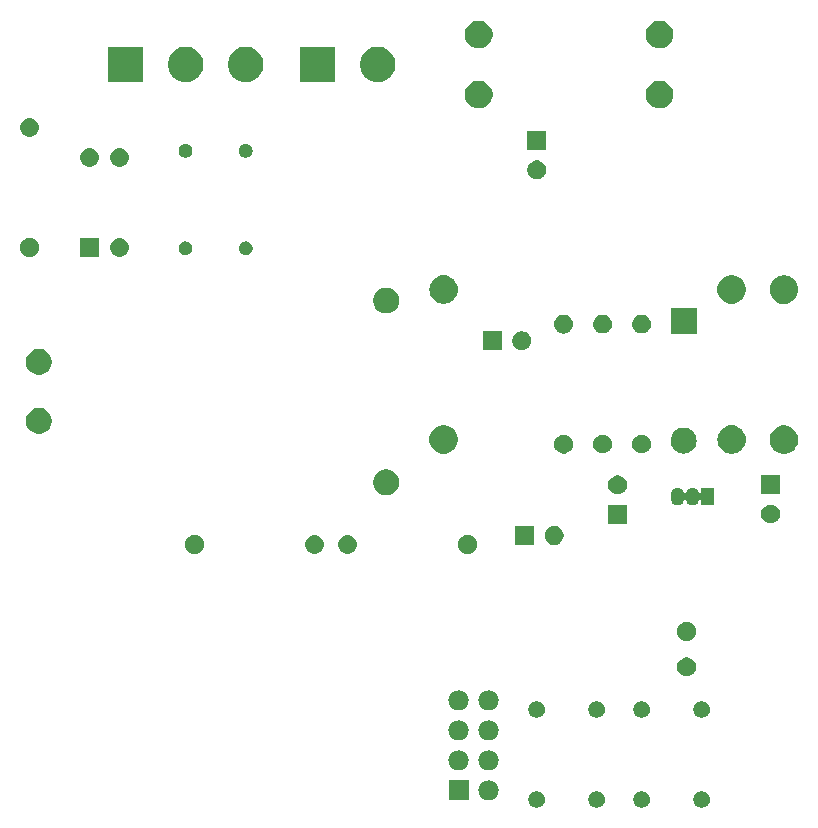
<source format=gbr>
G04 #@! TF.GenerationSoftware,KiCad,Pcbnew,5.0.2+dfsg1-1*
G04 #@! TF.CreationDate,2019-08-06T01:46:57+02:00*
G04 #@! TF.ProjectId,ceiling-light-dimmable,6365696c-696e-4672-9d6c-696768742d64,v1.1.0*
G04 #@! TF.SameCoordinates,Original*
G04 #@! TF.FileFunction,Soldermask,Bot*
G04 #@! TF.FilePolarity,Negative*
%FSLAX46Y46*%
G04 Gerber Fmt 4.6, Leading zero omitted, Abs format (unit mm)*
G04 Created by KiCad (PCBNEW 5.0.2+dfsg1-1) date Tue 06 Aug 2019 01:46:57 AM CEST*
%MOMM*%
%LPD*%
G01*
G04 APERTURE LIST*
%ADD10C,0.100000*%
G04 APERTURE END LIST*
D10*
G36*
X88608745Y-91778342D02*
X88735863Y-91830996D01*
X88850271Y-91907441D01*
X88947559Y-92004729D01*
X89024004Y-92119137D01*
X89076658Y-92246255D01*
X89103500Y-92381202D01*
X89103500Y-92518798D01*
X89076658Y-92653745D01*
X89024004Y-92780863D01*
X88947559Y-92895271D01*
X88850271Y-92992559D01*
X88735863Y-93069004D01*
X88608745Y-93121658D01*
X88473798Y-93148500D01*
X88336202Y-93148500D01*
X88201255Y-93121658D01*
X88074137Y-93069004D01*
X87959729Y-92992559D01*
X87862441Y-92895271D01*
X87785996Y-92780863D01*
X87733342Y-92653745D01*
X87706500Y-92518798D01*
X87706500Y-92381202D01*
X87733342Y-92246255D01*
X87785996Y-92119137D01*
X87862441Y-92004729D01*
X87959729Y-91907441D01*
X88074137Y-91830996D01*
X88201255Y-91778342D01*
X88336202Y-91751500D01*
X88473798Y-91751500D01*
X88608745Y-91778342D01*
X88608745Y-91778342D01*
G37*
G36*
X83528745Y-91778342D02*
X83655863Y-91830996D01*
X83770271Y-91907441D01*
X83867559Y-92004729D01*
X83944004Y-92119137D01*
X83996658Y-92246255D01*
X84023500Y-92381202D01*
X84023500Y-92518798D01*
X83996658Y-92653745D01*
X83944004Y-92780863D01*
X83867559Y-92895271D01*
X83770271Y-92992559D01*
X83655863Y-93069004D01*
X83528745Y-93121658D01*
X83393798Y-93148500D01*
X83256202Y-93148500D01*
X83121255Y-93121658D01*
X82994137Y-93069004D01*
X82879729Y-92992559D01*
X82782441Y-92895271D01*
X82705996Y-92780863D01*
X82653342Y-92653745D01*
X82626500Y-92518798D01*
X82626500Y-92381202D01*
X82653342Y-92246255D01*
X82705996Y-92119137D01*
X82782441Y-92004729D01*
X82879729Y-91907441D01*
X82994137Y-91830996D01*
X83121255Y-91778342D01*
X83256202Y-91751500D01*
X83393798Y-91751500D01*
X83528745Y-91778342D01*
X83528745Y-91778342D01*
G37*
G36*
X74638745Y-91778342D02*
X74765863Y-91830996D01*
X74880271Y-91907441D01*
X74977559Y-92004729D01*
X75054004Y-92119137D01*
X75106658Y-92246255D01*
X75133500Y-92381202D01*
X75133500Y-92518798D01*
X75106658Y-92653745D01*
X75054004Y-92780863D01*
X74977559Y-92895271D01*
X74880271Y-92992559D01*
X74765863Y-93069004D01*
X74638745Y-93121658D01*
X74503798Y-93148500D01*
X74366202Y-93148500D01*
X74231255Y-93121658D01*
X74104137Y-93069004D01*
X73989729Y-92992559D01*
X73892441Y-92895271D01*
X73815996Y-92780863D01*
X73763342Y-92653745D01*
X73736500Y-92518798D01*
X73736500Y-92381202D01*
X73763342Y-92246255D01*
X73815996Y-92119137D01*
X73892441Y-92004729D01*
X73989729Y-91907441D01*
X74104137Y-91830996D01*
X74231255Y-91778342D01*
X74366202Y-91751500D01*
X74503798Y-91751500D01*
X74638745Y-91778342D01*
X74638745Y-91778342D01*
G37*
G36*
X79718745Y-91778342D02*
X79845863Y-91830996D01*
X79960271Y-91907441D01*
X80057559Y-92004729D01*
X80134004Y-92119137D01*
X80186658Y-92246255D01*
X80213500Y-92381202D01*
X80213500Y-92518798D01*
X80186658Y-92653745D01*
X80134004Y-92780863D01*
X80057559Y-92895271D01*
X79960271Y-92992559D01*
X79845863Y-93069004D01*
X79718745Y-93121658D01*
X79583798Y-93148500D01*
X79446202Y-93148500D01*
X79311255Y-93121658D01*
X79184137Y-93069004D01*
X79069729Y-92992559D01*
X78972441Y-92895271D01*
X78895996Y-92780863D01*
X78843342Y-92653745D01*
X78816500Y-92518798D01*
X78816500Y-92381202D01*
X78843342Y-92246255D01*
X78895996Y-92119137D01*
X78972441Y-92004729D01*
X79069729Y-91907441D01*
X79184137Y-91830996D01*
X79311255Y-91778342D01*
X79446202Y-91751500D01*
X79583798Y-91751500D01*
X79718745Y-91778342D01*
X79718745Y-91778342D01*
G37*
G36*
X70537630Y-90850299D02*
X70697855Y-90898903D01*
X70845520Y-90977831D01*
X70974949Y-91084051D01*
X71081169Y-91213480D01*
X71160097Y-91361145D01*
X71208701Y-91521370D01*
X71225112Y-91688000D01*
X71208701Y-91854630D01*
X71160097Y-92014855D01*
X71081169Y-92162520D01*
X70974949Y-92291949D01*
X70845520Y-92398169D01*
X70697855Y-92477097D01*
X70537630Y-92525701D01*
X70412752Y-92538000D01*
X70329248Y-92538000D01*
X70204370Y-92525701D01*
X70044145Y-92477097D01*
X69896480Y-92398169D01*
X69767051Y-92291949D01*
X69660831Y-92162520D01*
X69581903Y-92014855D01*
X69533299Y-91854630D01*
X69516888Y-91688000D01*
X69533299Y-91521370D01*
X69581903Y-91361145D01*
X69660831Y-91213480D01*
X69767051Y-91084051D01*
X69896480Y-90977831D01*
X70044145Y-90898903D01*
X70204370Y-90850299D01*
X70329248Y-90838000D01*
X70412752Y-90838000D01*
X70537630Y-90850299D01*
X70537630Y-90850299D01*
G37*
G36*
X68681000Y-92538000D02*
X66981000Y-92538000D01*
X66981000Y-90838000D01*
X68681000Y-90838000D01*
X68681000Y-92538000D01*
X68681000Y-92538000D01*
G37*
G36*
X67997630Y-88310299D02*
X68157855Y-88358903D01*
X68305520Y-88437831D01*
X68434949Y-88544051D01*
X68541169Y-88673480D01*
X68620097Y-88821145D01*
X68668701Y-88981370D01*
X68685112Y-89148000D01*
X68668701Y-89314630D01*
X68620097Y-89474855D01*
X68541169Y-89622520D01*
X68434949Y-89751949D01*
X68305520Y-89858169D01*
X68157855Y-89937097D01*
X67997630Y-89985701D01*
X67872752Y-89998000D01*
X67789248Y-89998000D01*
X67664370Y-89985701D01*
X67504145Y-89937097D01*
X67356480Y-89858169D01*
X67227051Y-89751949D01*
X67120831Y-89622520D01*
X67041903Y-89474855D01*
X66993299Y-89314630D01*
X66976888Y-89148000D01*
X66993299Y-88981370D01*
X67041903Y-88821145D01*
X67120831Y-88673480D01*
X67227051Y-88544051D01*
X67356480Y-88437831D01*
X67504145Y-88358903D01*
X67664370Y-88310299D01*
X67789248Y-88298000D01*
X67872752Y-88298000D01*
X67997630Y-88310299D01*
X67997630Y-88310299D01*
G37*
G36*
X70537630Y-88310299D02*
X70697855Y-88358903D01*
X70845520Y-88437831D01*
X70974949Y-88544051D01*
X71081169Y-88673480D01*
X71160097Y-88821145D01*
X71208701Y-88981370D01*
X71225112Y-89148000D01*
X71208701Y-89314630D01*
X71160097Y-89474855D01*
X71081169Y-89622520D01*
X70974949Y-89751949D01*
X70845520Y-89858169D01*
X70697855Y-89937097D01*
X70537630Y-89985701D01*
X70412752Y-89998000D01*
X70329248Y-89998000D01*
X70204370Y-89985701D01*
X70044145Y-89937097D01*
X69896480Y-89858169D01*
X69767051Y-89751949D01*
X69660831Y-89622520D01*
X69581903Y-89474855D01*
X69533299Y-89314630D01*
X69516888Y-89148000D01*
X69533299Y-88981370D01*
X69581903Y-88821145D01*
X69660831Y-88673480D01*
X69767051Y-88544051D01*
X69896480Y-88437831D01*
X70044145Y-88358903D01*
X70204370Y-88310299D01*
X70329248Y-88298000D01*
X70412752Y-88298000D01*
X70537630Y-88310299D01*
X70537630Y-88310299D01*
G37*
G36*
X67997630Y-85770299D02*
X68157855Y-85818903D01*
X68305520Y-85897831D01*
X68434949Y-86004051D01*
X68541169Y-86133480D01*
X68620097Y-86281145D01*
X68668701Y-86441370D01*
X68685112Y-86608000D01*
X68668701Y-86774630D01*
X68620097Y-86934855D01*
X68541169Y-87082520D01*
X68434949Y-87211949D01*
X68305520Y-87318169D01*
X68157855Y-87397097D01*
X67997630Y-87445701D01*
X67872752Y-87458000D01*
X67789248Y-87458000D01*
X67664370Y-87445701D01*
X67504145Y-87397097D01*
X67356480Y-87318169D01*
X67227051Y-87211949D01*
X67120831Y-87082520D01*
X67041903Y-86934855D01*
X66993299Y-86774630D01*
X66976888Y-86608000D01*
X66993299Y-86441370D01*
X67041903Y-86281145D01*
X67120831Y-86133480D01*
X67227051Y-86004051D01*
X67356480Y-85897831D01*
X67504145Y-85818903D01*
X67664370Y-85770299D01*
X67789248Y-85758000D01*
X67872752Y-85758000D01*
X67997630Y-85770299D01*
X67997630Y-85770299D01*
G37*
G36*
X70537630Y-85770299D02*
X70697855Y-85818903D01*
X70845520Y-85897831D01*
X70974949Y-86004051D01*
X71081169Y-86133480D01*
X71160097Y-86281145D01*
X71208701Y-86441370D01*
X71225112Y-86608000D01*
X71208701Y-86774630D01*
X71160097Y-86934855D01*
X71081169Y-87082520D01*
X70974949Y-87211949D01*
X70845520Y-87318169D01*
X70697855Y-87397097D01*
X70537630Y-87445701D01*
X70412752Y-87458000D01*
X70329248Y-87458000D01*
X70204370Y-87445701D01*
X70044145Y-87397097D01*
X69896480Y-87318169D01*
X69767051Y-87211949D01*
X69660831Y-87082520D01*
X69581903Y-86934855D01*
X69533299Y-86774630D01*
X69516888Y-86608000D01*
X69533299Y-86441370D01*
X69581903Y-86281145D01*
X69660831Y-86133480D01*
X69767051Y-86004051D01*
X69896480Y-85897831D01*
X70044145Y-85818903D01*
X70204370Y-85770299D01*
X70329248Y-85758000D01*
X70412752Y-85758000D01*
X70537630Y-85770299D01*
X70537630Y-85770299D01*
G37*
G36*
X88608745Y-84158342D02*
X88735863Y-84210996D01*
X88850271Y-84287441D01*
X88947559Y-84384729D01*
X89024004Y-84499137D01*
X89076658Y-84626255D01*
X89103500Y-84761202D01*
X89103500Y-84898798D01*
X89076658Y-85033745D01*
X89024004Y-85160863D01*
X88947559Y-85275271D01*
X88850271Y-85372559D01*
X88735863Y-85449004D01*
X88608745Y-85501658D01*
X88473798Y-85528500D01*
X88336202Y-85528500D01*
X88201255Y-85501658D01*
X88074137Y-85449004D01*
X87959729Y-85372559D01*
X87862441Y-85275271D01*
X87785996Y-85160863D01*
X87733342Y-85033745D01*
X87706500Y-84898798D01*
X87706500Y-84761202D01*
X87733342Y-84626255D01*
X87785996Y-84499137D01*
X87862441Y-84384729D01*
X87959729Y-84287441D01*
X88074137Y-84210996D01*
X88201255Y-84158342D01*
X88336202Y-84131500D01*
X88473798Y-84131500D01*
X88608745Y-84158342D01*
X88608745Y-84158342D01*
G37*
G36*
X79718745Y-84158342D02*
X79845863Y-84210996D01*
X79960271Y-84287441D01*
X80057559Y-84384729D01*
X80134004Y-84499137D01*
X80186658Y-84626255D01*
X80213500Y-84761202D01*
X80213500Y-84898798D01*
X80186658Y-85033745D01*
X80134004Y-85160863D01*
X80057559Y-85275271D01*
X79960271Y-85372559D01*
X79845863Y-85449004D01*
X79718745Y-85501658D01*
X79583798Y-85528500D01*
X79446202Y-85528500D01*
X79311255Y-85501658D01*
X79184137Y-85449004D01*
X79069729Y-85372559D01*
X78972441Y-85275271D01*
X78895996Y-85160863D01*
X78843342Y-85033745D01*
X78816500Y-84898798D01*
X78816500Y-84761202D01*
X78843342Y-84626255D01*
X78895996Y-84499137D01*
X78972441Y-84384729D01*
X79069729Y-84287441D01*
X79184137Y-84210996D01*
X79311255Y-84158342D01*
X79446202Y-84131500D01*
X79583798Y-84131500D01*
X79718745Y-84158342D01*
X79718745Y-84158342D01*
G37*
G36*
X83528745Y-84158342D02*
X83655863Y-84210996D01*
X83770271Y-84287441D01*
X83867559Y-84384729D01*
X83944004Y-84499137D01*
X83996658Y-84626255D01*
X84023500Y-84761202D01*
X84023500Y-84898798D01*
X83996658Y-85033745D01*
X83944004Y-85160863D01*
X83867559Y-85275271D01*
X83770271Y-85372559D01*
X83655863Y-85449004D01*
X83528745Y-85501658D01*
X83393798Y-85528500D01*
X83256202Y-85528500D01*
X83121255Y-85501658D01*
X82994137Y-85449004D01*
X82879729Y-85372559D01*
X82782441Y-85275271D01*
X82705996Y-85160863D01*
X82653342Y-85033745D01*
X82626500Y-84898798D01*
X82626500Y-84761202D01*
X82653342Y-84626255D01*
X82705996Y-84499137D01*
X82782441Y-84384729D01*
X82879729Y-84287441D01*
X82994137Y-84210996D01*
X83121255Y-84158342D01*
X83256202Y-84131500D01*
X83393798Y-84131500D01*
X83528745Y-84158342D01*
X83528745Y-84158342D01*
G37*
G36*
X74638745Y-84158342D02*
X74765863Y-84210996D01*
X74880271Y-84287441D01*
X74977559Y-84384729D01*
X75054004Y-84499137D01*
X75106658Y-84626255D01*
X75133500Y-84761202D01*
X75133500Y-84898798D01*
X75106658Y-85033745D01*
X75054004Y-85160863D01*
X74977559Y-85275271D01*
X74880271Y-85372559D01*
X74765863Y-85449004D01*
X74638745Y-85501658D01*
X74503798Y-85528500D01*
X74366202Y-85528500D01*
X74231255Y-85501658D01*
X74104137Y-85449004D01*
X73989729Y-85372559D01*
X73892441Y-85275271D01*
X73815996Y-85160863D01*
X73763342Y-85033745D01*
X73736500Y-84898798D01*
X73736500Y-84761202D01*
X73763342Y-84626255D01*
X73815996Y-84499137D01*
X73892441Y-84384729D01*
X73989729Y-84287441D01*
X74104137Y-84210996D01*
X74231255Y-84158342D01*
X74366202Y-84131500D01*
X74503798Y-84131500D01*
X74638745Y-84158342D01*
X74638745Y-84158342D01*
G37*
G36*
X70537630Y-83230299D02*
X70697855Y-83278903D01*
X70845520Y-83357831D01*
X70974949Y-83464051D01*
X71081169Y-83593480D01*
X71160097Y-83741145D01*
X71208701Y-83901370D01*
X71225112Y-84068000D01*
X71208701Y-84234630D01*
X71160097Y-84394855D01*
X71081169Y-84542520D01*
X70974949Y-84671949D01*
X70845520Y-84778169D01*
X70697855Y-84857097D01*
X70537630Y-84905701D01*
X70412752Y-84918000D01*
X70329248Y-84918000D01*
X70204370Y-84905701D01*
X70044145Y-84857097D01*
X69896480Y-84778169D01*
X69767051Y-84671949D01*
X69660831Y-84542520D01*
X69581903Y-84394855D01*
X69533299Y-84234630D01*
X69516888Y-84068000D01*
X69533299Y-83901370D01*
X69581903Y-83741145D01*
X69660831Y-83593480D01*
X69767051Y-83464051D01*
X69896480Y-83357831D01*
X70044145Y-83278903D01*
X70204370Y-83230299D01*
X70329248Y-83218000D01*
X70412752Y-83218000D01*
X70537630Y-83230299D01*
X70537630Y-83230299D01*
G37*
G36*
X67997630Y-83230299D02*
X68157855Y-83278903D01*
X68305520Y-83357831D01*
X68434949Y-83464051D01*
X68541169Y-83593480D01*
X68620097Y-83741145D01*
X68668701Y-83901370D01*
X68685112Y-84068000D01*
X68668701Y-84234630D01*
X68620097Y-84394855D01*
X68541169Y-84542520D01*
X68434949Y-84671949D01*
X68305520Y-84778169D01*
X68157855Y-84857097D01*
X67997630Y-84905701D01*
X67872752Y-84918000D01*
X67789248Y-84918000D01*
X67664370Y-84905701D01*
X67504145Y-84857097D01*
X67356480Y-84778169D01*
X67227051Y-84671949D01*
X67120831Y-84542520D01*
X67041903Y-84394855D01*
X66993299Y-84234630D01*
X66976888Y-84068000D01*
X66993299Y-83901370D01*
X67041903Y-83741145D01*
X67120831Y-83593480D01*
X67227051Y-83464051D01*
X67356480Y-83357831D01*
X67504145Y-83278903D01*
X67664370Y-83230299D01*
X67789248Y-83218000D01*
X67872752Y-83218000D01*
X67997630Y-83230299D01*
X67997630Y-83230299D01*
G37*
G36*
X87368352Y-80456743D02*
X87513941Y-80517048D01*
X87644973Y-80604601D01*
X87756399Y-80716027D01*
X87843952Y-80847059D01*
X87904257Y-80992648D01*
X87935000Y-81147205D01*
X87935000Y-81304795D01*
X87904257Y-81459352D01*
X87843952Y-81604941D01*
X87756399Y-81735973D01*
X87644973Y-81847399D01*
X87513941Y-81934952D01*
X87368352Y-81995257D01*
X87213795Y-82026000D01*
X87056205Y-82026000D01*
X86901648Y-81995257D01*
X86756059Y-81934952D01*
X86625027Y-81847399D01*
X86513601Y-81735973D01*
X86426048Y-81604941D01*
X86365743Y-81459352D01*
X86335000Y-81304795D01*
X86335000Y-81147205D01*
X86365743Y-80992648D01*
X86426048Y-80847059D01*
X86513601Y-80716027D01*
X86625027Y-80604601D01*
X86756059Y-80517048D01*
X86901648Y-80456743D01*
X87056205Y-80426000D01*
X87213795Y-80426000D01*
X87368352Y-80456743D01*
X87368352Y-80456743D01*
G37*
G36*
X87368352Y-77456743D02*
X87513941Y-77517048D01*
X87644973Y-77604601D01*
X87756399Y-77716027D01*
X87843952Y-77847059D01*
X87904257Y-77992648D01*
X87935000Y-78147205D01*
X87935000Y-78304795D01*
X87904257Y-78459352D01*
X87843952Y-78604941D01*
X87756399Y-78735973D01*
X87644973Y-78847399D01*
X87513941Y-78934952D01*
X87368352Y-78995257D01*
X87213795Y-79026000D01*
X87056205Y-79026000D01*
X86901648Y-78995257D01*
X86756059Y-78934952D01*
X86625027Y-78847399D01*
X86513601Y-78735973D01*
X86426048Y-78604941D01*
X86365743Y-78459352D01*
X86335000Y-78304795D01*
X86335000Y-78147205D01*
X86365743Y-77992648D01*
X86426048Y-77847059D01*
X86513601Y-77716027D01*
X86625027Y-77604601D01*
X86756059Y-77517048D01*
X86901648Y-77456743D01*
X87056205Y-77426000D01*
X87213795Y-77426000D01*
X87368352Y-77456743D01*
X87368352Y-77456743D01*
G37*
G36*
X68826352Y-70090743D02*
X68971941Y-70151048D01*
X69102973Y-70238601D01*
X69214399Y-70350027D01*
X69301952Y-70481059D01*
X69362257Y-70626648D01*
X69393000Y-70781205D01*
X69393000Y-70938795D01*
X69362257Y-71093352D01*
X69301952Y-71238941D01*
X69214399Y-71369973D01*
X69102973Y-71481399D01*
X68971941Y-71568952D01*
X68826352Y-71629257D01*
X68671795Y-71660000D01*
X68514205Y-71660000D01*
X68359648Y-71629257D01*
X68214059Y-71568952D01*
X68083027Y-71481399D01*
X67971601Y-71369973D01*
X67884048Y-71238941D01*
X67823743Y-71093352D01*
X67793000Y-70938795D01*
X67793000Y-70781205D01*
X67823743Y-70626648D01*
X67884048Y-70481059D01*
X67971601Y-70350027D01*
X68083027Y-70238601D01*
X68214059Y-70151048D01*
X68359648Y-70090743D01*
X68514205Y-70060000D01*
X68671795Y-70060000D01*
X68826352Y-70090743D01*
X68826352Y-70090743D01*
G37*
G36*
X58550649Y-70067717D02*
X58589827Y-70071576D01*
X58653012Y-70090743D01*
X58740629Y-70117321D01*
X58879608Y-70191608D01*
X59001422Y-70291578D01*
X59101392Y-70413392D01*
X59175679Y-70552371D01*
X59221424Y-70703174D01*
X59236870Y-70860000D01*
X59221424Y-71016826D01*
X59175679Y-71167629D01*
X59101392Y-71306608D01*
X59001422Y-71428422D01*
X58879608Y-71528392D01*
X58740629Y-71602679D01*
X58665227Y-71625552D01*
X58589827Y-71648424D01*
X58550649Y-71652283D01*
X58472295Y-71660000D01*
X58393705Y-71660000D01*
X58315351Y-71652283D01*
X58276173Y-71648424D01*
X58200772Y-71625551D01*
X58125371Y-71602679D01*
X57986392Y-71528392D01*
X57864578Y-71428422D01*
X57764608Y-71306608D01*
X57690321Y-71167629D01*
X57644576Y-71016826D01*
X57629130Y-70860000D01*
X57644576Y-70703174D01*
X57690321Y-70552371D01*
X57764608Y-70413392D01*
X57864578Y-70291578D01*
X57986392Y-70191608D01*
X58125371Y-70117321D01*
X58212988Y-70090743D01*
X58276173Y-70071576D01*
X58315351Y-70067717D01*
X58393705Y-70060000D01*
X58472295Y-70060000D01*
X58550649Y-70067717D01*
X58550649Y-70067717D01*
G37*
G36*
X55756649Y-70067717D02*
X55795827Y-70071576D01*
X55859012Y-70090743D01*
X55946629Y-70117321D01*
X56085608Y-70191608D01*
X56207422Y-70291578D01*
X56307392Y-70413392D01*
X56381679Y-70552371D01*
X56427424Y-70703174D01*
X56442870Y-70860000D01*
X56427424Y-71016826D01*
X56381679Y-71167629D01*
X56307392Y-71306608D01*
X56207422Y-71428422D01*
X56085608Y-71528392D01*
X55946629Y-71602679D01*
X55871227Y-71625552D01*
X55795827Y-71648424D01*
X55756649Y-71652283D01*
X55678295Y-71660000D01*
X55599705Y-71660000D01*
X55521351Y-71652283D01*
X55482173Y-71648424D01*
X55406772Y-71625551D01*
X55331371Y-71602679D01*
X55192392Y-71528392D01*
X55070578Y-71428422D01*
X54970608Y-71306608D01*
X54896321Y-71167629D01*
X54850576Y-71016826D01*
X54835130Y-70860000D01*
X54850576Y-70703174D01*
X54896321Y-70552371D01*
X54970608Y-70413392D01*
X55070578Y-70291578D01*
X55192392Y-70191608D01*
X55331371Y-70117321D01*
X55418988Y-70090743D01*
X55482173Y-70071576D01*
X55521351Y-70067717D01*
X55599705Y-70060000D01*
X55678295Y-70060000D01*
X55756649Y-70067717D01*
X55756649Y-70067717D01*
G37*
G36*
X45712352Y-70090743D02*
X45857941Y-70151048D01*
X45988973Y-70238601D01*
X46100399Y-70350027D01*
X46187952Y-70481059D01*
X46248257Y-70626648D01*
X46279000Y-70781205D01*
X46279000Y-70938795D01*
X46248257Y-71093352D01*
X46187952Y-71238941D01*
X46100399Y-71369973D01*
X45988973Y-71481399D01*
X45857941Y-71568952D01*
X45712352Y-71629257D01*
X45557795Y-71660000D01*
X45400205Y-71660000D01*
X45245648Y-71629257D01*
X45100059Y-71568952D01*
X44969027Y-71481399D01*
X44857601Y-71369973D01*
X44770048Y-71238941D01*
X44709743Y-71093352D01*
X44679000Y-70938795D01*
X44679000Y-70781205D01*
X44709743Y-70626648D01*
X44770048Y-70481059D01*
X44857601Y-70350027D01*
X44969027Y-70238601D01*
X45100059Y-70151048D01*
X45245648Y-70090743D01*
X45400205Y-70060000D01*
X45557795Y-70060000D01*
X45712352Y-70090743D01*
X45712352Y-70090743D01*
G37*
G36*
X76152352Y-69328743D02*
X76297941Y-69389048D01*
X76428973Y-69476601D01*
X76540399Y-69588027D01*
X76627952Y-69719059D01*
X76688257Y-69864648D01*
X76719000Y-70019205D01*
X76719000Y-70176795D01*
X76688257Y-70331352D01*
X76627952Y-70476941D01*
X76540399Y-70607973D01*
X76428973Y-70719399D01*
X76297941Y-70806952D01*
X76152352Y-70867257D01*
X75997795Y-70898000D01*
X75840205Y-70898000D01*
X75685648Y-70867257D01*
X75540059Y-70806952D01*
X75409027Y-70719399D01*
X75297601Y-70607973D01*
X75210048Y-70476941D01*
X75149743Y-70331352D01*
X75119000Y-70176795D01*
X75119000Y-70019205D01*
X75149743Y-69864648D01*
X75210048Y-69719059D01*
X75297601Y-69588027D01*
X75409027Y-69476601D01*
X75540059Y-69389048D01*
X75685648Y-69328743D01*
X75840205Y-69298000D01*
X75997795Y-69298000D01*
X76152352Y-69328743D01*
X76152352Y-69328743D01*
G37*
G36*
X74219000Y-70898000D02*
X72619000Y-70898000D01*
X72619000Y-69298000D01*
X74219000Y-69298000D01*
X74219000Y-70898000D01*
X74219000Y-70898000D01*
G37*
G36*
X82093000Y-69120000D02*
X80493000Y-69120000D01*
X80493000Y-67520000D01*
X82093000Y-67520000D01*
X82093000Y-69120000D01*
X82093000Y-69120000D01*
G37*
G36*
X94480352Y-67510743D02*
X94625941Y-67571048D01*
X94756973Y-67658601D01*
X94868399Y-67770027D01*
X94955952Y-67901059D01*
X95016257Y-68046648D01*
X95047000Y-68201205D01*
X95047000Y-68358795D01*
X95016257Y-68513352D01*
X94955952Y-68658941D01*
X94868399Y-68789973D01*
X94756973Y-68901399D01*
X94625941Y-68988952D01*
X94480352Y-69049257D01*
X94325795Y-69080000D01*
X94168205Y-69080000D01*
X94013648Y-69049257D01*
X93868059Y-68988952D01*
X93737027Y-68901399D01*
X93625601Y-68789973D01*
X93538048Y-68658941D01*
X93477743Y-68513352D01*
X93447000Y-68358795D01*
X93447000Y-68201205D01*
X93477743Y-68046648D01*
X93538048Y-67901059D01*
X93625601Y-67770027D01*
X93737027Y-67658601D01*
X93868059Y-67571048D01*
X94013648Y-67510743D01*
X94168205Y-67480000D01*
X94325795Y-67480000D01*
X94480352Y-67510743D01*
X94480352Y-67510743D01*
G37*
G36*
X87745914Y-66053596D02*
X87745917Y-66053597D01*
X87745918Y-66053597D01*
X87844881Y-66083617D01*
X87936086Y-66132367D01*
X88016027Y-66197973D01*
X88081633Y-66277914D01*
X88104325Y-66320368D01*
X88130383Y-66369118D01*
X88143382Y-66411971D01*
X88152760Y-66434611D01*
X88166374Y-66454985D01*
X88183701Y-66472312D01*
X88204075Y-66485926D01*
X88226714Y-66495304D01*
X88250748Y-66500084D01*
X88275252Y-66500084D01*
X88299285Y-66495304D01*
X88321925Y-66485926D01*
X88342299Y-66472312D01*
X88359626Y-66454985D01*
X88373240Y-66434611D01*
X88382618Y-66411972D01*
X88387398Y-66387938D01*
X88388000Y-66375686D01*
X88388000Y-66046000D01*
X89438000Y-66046000D01*
X89438000Y-67546000D01*
X88388000Y-67546000D01*
X88388000Y-67216314D01*
X88385598Y-67191928D01*
X88378485Y-67168479D01*
X88366934Y-67146868D01*
X88351388Y-67127926D01*
X88332446Y-67112380D01*
X88310835Y-67100829D01*
X88287386Y-67093716D01*
X88263000Y-67091314D01*
X88238614Y-67093716D01*
X88215165Y-67100829D01*
X88193554Y-67112380D01*
X88174612Y-67127926D01*
X88159066Y-67146868D01*
X88147515Y-67168479D01*
X88143382Y-67180029D01*
X88130383Y-67222882D01*
X88130382Y-67222883D01*
X88081635Y-67314083D01*
X88081632Y-67314087D01*
X88016030Y-67394024D01*
X88016028Y-67394025D01*
X88016027Y-67394027D01*
X87936086Y-67459633D01*
X87844880Y-67508383D01*
X87745917Y-67538403D01*
X87745916Y-67538403D01*
X87745913Y-67538404D01*
X87643000Y-67548540D01*
X87540086Y-67538404D01*
X87540083Y-67538403D01*
X87540082Y-67538403D01*
X87441119Y-67508383D01*
X87349914Y-67459633D01*
X87329929Y-67443231D01*
X87269976Y-67394030D01*
X87269975Y-67394028D01*
X87269973Y-67394027D01*
X87204367Y-67314086D01*
X87155617Y-67222880D01*
X87153625Y-67216314D01*
X87127617Y-67130580D01*
X87118240Y-67107941D01*
X87104626Y-67087567D01*
X87087299Y-67070239D01*
X87066924Y-67056626D01*
X87044285Y-67047248D01*
X87020252Y-67042468D01*
X86995747Y-67042468D01*
X86971714Y-67047249D01*
X86949075Y-67056626D01*
X86928701Y-67070240D01*
X86911373Y-67087567D01*
X86897760Y-67107942D01*
X86888382Y-67130579D01*
X86860383Y-67222881D01*
X86811635Y-67314083D01*
X86811632Y-67314087D01*
X86746030Y-67394024D01*
X86746028Y-67394025D01*
X86746027Y-67394027D01*
X86666086Y-67459633D01*
X86574880Y-67508383D01*
X86475917Y-67538403D01*
X86475916Y-67538403D01*
X86475913Y-67538404D01*
X86373000Y-67548540D01*
X86270086Y-67538404D01*
X86270083Y-67538403D01*
X86270082Y-67538403D01*
X86171119Y-67508383D01*
X86079914Y-67459633D01*
X86059929Y-67443231D01*
X85999976Y-67394030D01*
X85999975Y-67394028D01*
X85999973Y-67394027D01*
X85934367Y-67314086D01*
X85885617Y-67222880D01*
X85855597Y-67123917D01*
X85855597Y-67123916D01*
X85855596Y-67123913D01*
X85848000Y-67046791D01*
X85848000Y-66545208D01*
X85855596Y-66468086D01*
X85885618Y-66369117D01*
X85934366Y-66277916D01*
X85999976Y-66197971D01*
X86079914Y-66132368D01*
X86079913Y-66132368D01*
X86079915Y-66132367D01*
X86171120Y-66083617D01*
X86270083Y-66053597D01*
X86270084Y-66053597D01*
X86270087Y-66053596D01*
X86373000Y-66043460D01*
X86475914Y-66053596D01*
X86475917Y-66053597D01*
X86475918Y-66053597D01*
X86574881Y-66083617D01*
X86666086Y-66132367D01*
X86746027Y-66197973D01*
X86811633Y-66277914D01*
X86860383Y-66369119D01*
X86873382Y-66411971D01*
X86888382Y-66461420D01*
X86897760Y-66484059D01*
X86911374Y-66504433D01*
X86928701Y-66521760D01*
X86949075Y-66535374D01*
X86971714Y-66544752D01*
X86995748Y-66549532D01*
X87020252Y-66549532D01*
X87044286Y-66544752D01*
X87066925Y-66535374D01*
X87087299Y-66521760D01*
X87104626Y-66504433D01*
X87118240Y-66484059D01*
X87127618Y-66461420D01*
X87155618Y-66369117D01*
X87204366Y-66277916D01*
X87269976Y-66197971D01*
X87349914Y-66132368D01*
X87349913Y-66132368D01*
X87349915Y-66132367D01*
X87441120Y-66083617D01*
X87540083Y-66053597D01*
X87540084Y-66053597D01*
X87540087Y-66053596D01*
X87643000Y-66043460D01*
X87745914Y-66053596D01*
X87745914Y-66053596D01*
G37*
G36*
X62023857Y-64548272D02*
X62224042Y-64631191D01*
X62404213Y-64751578D01*
X62557422Y-64904787D01*
X62677809Y-65084958D01*
X62760728Y-65285143D01*
X62803000Y-65497658D01*
X62803000Y-65714342D01*
X62760728Y-65926857D01*
X62677809Y-66127042D01*
X62677807Y-66127045D01*
X62629768Y-66198941D01*
X62557422Y-66307213D01*
X62404213Y-66460422D01*
X62404210Y-66460424D01*
X62404209Y-66460425D01*
X62277315Y-66545213D01*
X62224042Y-66580809D01*
X62023857Y-66663728D01*
X61811342Y-66706000D01*
X61594658Y-66706000D01*
X61382143Y-66663728D01*
X61181958Y-66580809D01*
X61128685Y-66545213D01*
X61001791Y-66460425D01*
X61001790Y-66460424D01*
X61001787Y-66460422D01*
X60848578Y-66307213D01*
X60776233Y-66198941D01*
X60728193Y-66127045D01*
X60728191Y-66127042D01*
X60645272Y-65926857D01*
X60603000Y-65714342D01*
X60603000Y-65497658D01*
X60645272Y-65285143D01*
X60728191Y-65084958D01*
X60848578Y-64904787D01*
X61001787Y-64751578D01*
X61181958Y-64631191D01*
X61382143Y-64548272D01*
X61594658Y-64506000D01*
X61811342Y-64506000D01*
X62023857Y-64548272D01*
X62023857Y-64548272D01*
G37*
G36*
X81526352Y-65050743D02*
X81671941Y-65111048D01*
X81802973Y-65198601D01*
X81914399Y-65310027D01*
X82001952Y-65441059D01*
X82062257Y-65586648D01*
X82093000Y-65741205D01*
X82093000Y-65898795D01*
X82062257Y-66053352D01*
X82001952Y-66198941D01*
X81914399Y-66329973D01*
X81802973Y-66441399D01*
X81671941Y-66528952D01*
X81526352Y-66589257D01*
X81371795Y-66620000D01*
X81214205Y-66620000D01*
X81059648Y-66589257D01*
X80914059Y-66528952D01*
X80783027Y-66441399D01*
X80671601Y-66329973D01*
X80584048Y-66198941D01*
X80523743Y-66053352D01*
X80493000Y-65898795D01*
X80493000Y-65741205D01*
X80523743Y-65586648D01*
X80584048Y-65441059D01*
X80671601Y-65310027D01*
X80783027Y-65198601D01*
X80914059Y-65111048D01*
X81059648Y-65050743D01*
X81214205Y-65020000D01*
X81371795Y-65020000D01*
X81526352Y-65050743D01*
X81526352Y-65050743D01*
G37*
G36*
X95047000Y-66580000D02*
X93447000Y-66580000D01*
X93447000Y-64980000D01*
X95047000Y-64980000D01*
X95047000Y-66580000D01*
X95047000Y-66580000D01*
G37*
G36*
X95723026Y-60824115D02*
X95941412Y-60914573D01*
X96137958Y-61045901D01*
X96305099Y-61213042D01*
X96436427Y-61409588D01*
X96526885Y-61627974D01*
X96573000Y-61859809D01*
X96573000Y-62096191D01*
X96526885Y-62328026D01*
X96436427Y-62546412D01*
X96305099Y-62742958D01*
X96137958Y-62910099D01*
X95941412Y-63041427D01*
X95723026Y-63131885D01*
X95491191Y-63178000D01*
X95254809Y-63178000D01*
X95022974Y-63131885D01*
X94804588Y-63041427D01*
X94608042Y-62910099D01*
X94440901Y-62742958D01*
X94309573Y-62546412D01*
X94219115Y-62328026D01*
X94173000Y-62096191D01*
X94173000Y-61859809D01*
X94219115Y-61627974D01*
X94309573Y-61409588D01*
X94440901Y-61213042D01*
X94608042Y-61045901D01*
X94804588Y-60914573D01*
X95022974Y-60824115D01*
X95254809Y-60778000D01*
X95491191Y-60778000D01*
X95723026Y-60824115D01*
X95723026Y-60824115D01*
G37*
G36*
X91039208Y-60773473D02*
X91180241Y-60787363D01*
X91406442Y-60855981D01*
X91406444Y-60855982D01*
X91406447Y-60855983D01*
X91614910Y-60967408D01*
X91797634Y-61117366D01*
X91947592Y-61300090D01*
X92059017Y-61508553D01*
X92059018Y-61508556D01*
X92059019Y-61508558D01*
X92127637Y-61734759D01*
X92150806Y-61970000D01*
X92127637Y-62205241D01*
X92059019Y-62431442D01*
X92059017Y-62431447D01*
X91947592Y-62639910D01*
X91797634Y-62822634D01*
X91614910Y-62972592D01*
X91406447Y-63084017D01*
X91406444Y-63084018D01*
X91406442Y-63084019D01*
X91180241Y-63152637D01*
X91039208Y-63166527D01*
X91003951Y-63170000D01*
X90886049Y-63170000D01*
X90850792Y-63166527D01*
X90709759Y-63152637D01*
X90483558Y-63084019D01*
X90483556Y-63084018D01*
X90483553Y-63084017D01*
X90275090Y-62972592D01*
X90092366Y-62822634D01*
X89942408Y-62639910D01*
X89830983Y-62431447D01*
X89830981Y-62431442D01*
X89762363Y-62205241D01*
X89739194Y-61970000D01*
X89762363Y-61734759D01*
X89830981Y-61508558D01*
X89830982Y-61508556D01*
X89830983Y-61508553D01*
X89942408Y-61300090D01*
X90092366Y-61117366D01*
X90275090Y-60967408D01*
X90483553Y-60855983D01*
X90483556Y-60855982D01*
X90483558Y-60855981D01*
X90709759Y-60787363D01*
X90850792Y-60773473D01*
X90886049Y-60770000D01*
X91003951Y-60770000D01*
X91039208Y-60773473D01*
X91039208Y-60773473D01*
G37*
G36*
X66911026Y-60816115D02*
X67129412Y-60906573D01*
X67325958Y-61037901D01*
X67493099Y-61205042D01*
X67624427Y-61401588D01*
X67714885Y-61619974D01*
X67761000Y-61851809D01*
X67761000Y-62088191D01*
X67714885Y-62320026D01*
X67624427Y-62538412D01*
X67493099Y-62734958D01*
X67325958Y-62902099D01*
X67129412Y-63033427D01*
X66911026Y-63123885D01*
X66679191Y-63170000D01*
X66442809Y-63170000D01*
X66210974Y-63123885D01*
X65992588Y-63033427D01*
X65796042Y-62902099D01*
X65628901Y-62734958D01*
X65497573Y-62538412D01*
X65407115Y-62320026D01*
X65361000Y-62088191D01*
X65361000Y-61851809D01*
X65407115Y-61619974D01*
X65497573Y-61401588D01*
X65628901Y-61205042D01*
X65796042Y-61037901D01*
X65992588Y-60906573D01*
X66210974Y-60816115D01*
X66442809Y-60770000D01*
X66679191Y-60770000D01*
X66911026Y-60816115D01*
X66911026Y-60816115D01*
G37*
G36*
X76954352Y-61594743D02*
X77099941Y-61655048D01*
X77230973Y-61742601D01*
X77342399Y-61854027D01*
X77429952Y-61985059D01*
X77490257Y-62130648D01*
X77521000Y-62285205D01*
X77521000Y-62442795D01*
X77490257Y-62597352D01*
X77429952Y-62742941D01*
X77342399Y-62873973D01*
X77230973Y-62985399D01*
X77099941Y-63072952D01*
X76954352Y-63133257D01*
X76799795Y-63164000D01*
X76642205Y-63164000D01*
X76487648Y-63133257D01*
X76342059Y-63072952D01*
X76211027Y-62985399D01*
X76099601Y-62873973D01*
X76012048Y-62742941D01*
X75951743Y-62597352D01*
X75921000Y-62442795D01*
X75921000Y-62285205D01*
X75951743Y-62130648D01*
X76012048Y-61985059D01*
X76099601Y-61854027D01*
X76211027Y-61742601D01*
X76342059Y-61655048D01*
X76487648Y-61594743D01*
X76642205Y-61564000D01*
X76799795Y-61564000D01*
X76954352Y-61594743D01*
X76954352Y-61594743D01*
G37*
G36*
X87096639Y-60977916D02*
X87303986Y-61040815D01*
X87303988Y-61040816D01*
X87495084Y-61142958D01*
X87662581Y-61280419D01*
X87800042Y-61447916D01*
X87896284Y-61627974D01*
X87902185Y-61639014D01*
X87965084Y-61846361D01*
X87986322Y-62062000D01*
X87965084Y-62277639D01*
X87914984Y-62442795D01*
X87902184Y-62484988D01*
X87800042Y-62676084D01*
X87662581Y-62843581D01*
X87495084Y-62981042D01*
X87323131Y-63072952D01*
X87303986Y-63083185D01*
X87096639Y-63146084D01*
X86935038Y-63162000D01*
X86826962Y-63162000D01*
X86665361Y-63146084D01*
X86458014Y-63083185D01*
X86438869Y-63072952D01*
X86266916Y-62981042D01*
X86099419Y-62843581D01*
X85961958Y-62676084D01*
X85859816Y-62484988D01*
X85847017Y-62442795D01*
X85796916Y-62277639D01*
X85775678Y-62062000D01*
X85796916Y-61846361D01*
X85859815Y-61639014D01*
X85865716Y-61627974D01*
X85961958Y-61447916D01*
X86099419Y-61280419D01*
X86266916Y-61142958D01*
X86458012Y-61040816D01*
X86458014Y-61040815D01*
X86665361Y-60977916D01*
X86826962Y-60962000D01*
X86935038Y-60962000D01*
X87096639Y-60977916D01*
X87096639Y-60977916D01*
G37*
G36*
X80256352Y-61584743D02*
X80401941Y-61645048D01*
X80532973Y-61732601D01*
X80644399Y-61844027D01*
X80731952Y-61975059D01*
X80792257Y-62120648D01*
X80823000Y-62275205D01*
X80823000Y-62432795D01*
X80792257Y-62587352D01*
X80731952Y-62732941D01*
X80644399Y-62863973D01*
X80532973Y-62975399D01*
X80401941Y-63062952D01*
X80256352Y-63123257D01*
X80101795Y-63154000D01*
X79944205Y-63154000D01*
X79789648Y-63123257D01*
X79644059Y-63062952D01*
X79513027Y-62975399D01*
X79401601Y-62863973D01*
X79314048Y-62732941D01*
X79253743Y-62587352D01*
X79223000Y-62432795D01*
X79223000Y-62275205D01*
X79253743Y-62120648D01*
X79314048Y-61975059D01*
X79401601Y-61844027D01*
X79513027Y-61732601D01*
X79644059Y-61645048D01*
X79789648Y-61584743D01*
X79944205Y-61554000D01*
X80101795Y-61554000D01*
X80256352Y-61584743D01*
X80256352Y-61584743D01*
G37*
G36*
X83558352Y-61584743D02*
X83703941Y-61645048D01*
X83834973Y-61732601D01*
X83946399Y-61844027D01*
X84033952Y-61975059D01*
X84094257Y-62120648D01*
X84125000Y-62275205D01*
X84125000Y-62432795D01*
X84094257Y-62587352D01*
X84033952Y-62732941D01*
X83946399Y-62863973D01*
X83834973Y-62975399D01*
X83703941Y-63062952D01*
X83558352Y-63123257D01*
X83403795Y-63154000D01*
X83246205Y-63154000D01*
X83091648Y-63123257D01*
X82946059Y-63062952D01*
X82815027Y-62975399D01*
X82703601Y-62863973D01*
X82616048Y-62732941D01*
X82555743Y-62587352D01*
X82525000Y-62432795D01*
X82525000Y-62275205D01*
X82555743Y-62120648D01*
X82616048Y-61975059D01*
X82703601Y-61844027D01*
X82815027Y-61732601D01*
X82946059Y-61645048D01*
X83091648Y-61584743D01*
X83246205Y-61554000D01*
X83403795Y-61554000D01*
X83558352Y-61584743D01*
X83558352Y-61584743D01*
G37*
G36*
X32623857Y-59348272D02*
X32824042Y-59431191D01*
X33004213Y-59551578D01*
X33157422Y-59704787D01*
X33277809Y-59884958D01*
X33360728Y-60085143D01*
X33403000Y-60297658D01*
X33403000Y-60514342D01*
X33360728Y-60726857D01*
X33277809Y-60927042D01*
X33277807Y-60927045D01*
X33203737Y-61037899D01*
X33157422Y-61107213D01*
X33004213Y-61260422D01*
X32824042Y-61380809D01*
X32623857Y-61463728D01*
X32411342Y-61506000D01*
X32194658Y-61506000D01*
X31982143Y-61463728D01*
X31781958Y-61380809D01*
X31601787Y-61260422D01*
X31448578Y-61107213D01*
X31402264Y-61037899D01*
X31328193Y-60927045D01*
X31328191Y-60927042D01*
X31245272Y-60726857D01*
X31203000Y-60514342D01*
X31203000Y-60297658D01*
X31245272Y-60085143D01*
X31328191Y-59884958D01*
X31448578Y-59704787D01*
X31601787Y-59551578D01*
X31781958Y-59431191D01*
X31982143Y-59348272D01*
X32194658Y-59306000D01*
X32411342Y-59306000D01*
X32623857Y-59348272D01*
X32623857Y-59348272D01*
G37*
G36*
X32623857Y-54348272D02*
X32824042Y-54431191D01*
X33004213Y-54551578D01*
X33157422Y-54704787D01*
X33277809Y-54884958D01*
X33360728Y-55085143D01*
X33403000Y-55297658D01*
X33403000Y-55514342D01*
X33360728Y-55726857D01*
X33277809Y-55927042D01*
X33157422Y-56107213D01*
X33004213Y-56260422D01*
X32824042Y-56380809D01*
X32623857Y-56463728D01*
X32411342Y-56506000D01*
X32194658Y-56506000D01*
X31982143Y-56463728D01*
X31781958Y-56380809D01*
X31601787Y-56260422D01*
X31448578Y-56107213D01*
X31328191Y-55927042D01*
X31245272Y-55726857D01*
X31203000Y-55514342D01*
X31203000Y-55297658D01*
X31245272Y-55085143D01*
X31328191Y-54884958D01*
X31448578Y-54704787D01*
X31601787Y-54551578D01*
X31781958Y-54431191D01*
X31982143Y-54348272D01*
X32194658Y-54306000D01*
X32411342Y-54306000D01*
X32623857Y-54348272D01*
X32623857Y-54348272D01*
G37*
G36*
X71475000Y-54400000D02*
X69875000Y-54400000D01*
X69875000Y-52800000D01*
X71475000Y-52800000D01*
X71475000Y-54400000D01*
X71475000Y-54400000D01*
G37*
G36*
X73408352Y-52830743D02*
X73553941Y-52891048D01*
X73684973Y-52978601D01*
X73796399Y-53090027D01*
X73883952Y-53221059D01*
X73944257Y-53366648D01*
X73975000Y-53521205D01*
X73975000Y-53678795D01*
X73944257Y-53833352D01*
X73883952Y-53978941D01*
X73796399Y-54109973D01*
X73684973Y-54221399D01*
X73553941Y-54308952D01*
X73408352Y-54369257D01*
X73253795Y-54400000D01*
X73096205Y-54400000D01*
X72941648Y-54369257D01*
X72796059Y-54308952D01*
X72665027Y-54221399D01*
X72553601Y-54109973D01*
X72466048Y-53978941D01*
X72405743Y-53833352D01*
X72375000Y-53678795D01*
X72375000Y-53521205D01*
X72405743Y-53366648D01*
X72466048Y-53221059D01*
X72553601Y-53090027D01*
X72665027Y-52978601D01*
X72796059Y-52891048D01*
X72941648Y-52830743D01*
X73096205Y-52800000D01*
X73253795Y-52800000D01*
X73408352Y-52830743D01*
X73408352Y-52830743D01*
G37*
G36*
X76838649Y-51411717D02*
X76877827Y-51415576D01*
X76953227Y-51438448D01*
X77028629Y-51461321D01*
X77167608Y-51535608D01*
X77289422Y-51635578D01*
X77389392Y-51757392D01*
X77463679Y-51896371D01*
X77463679Y-51896372D01*
X77506391Y-52037173D01*
X77509424Y-52047174D01*
X77524870Y-52204000D01*
X77509424Y-52360826D01*
X77463679Y-52511629D01*
X77389392Y-52650608D01*
X77289422Y-52772422D01*
X77167608Y-52872392D01*
X77028629Y-52946679D01*
X76953227Y-52969552D01*
X76877827Y-52992424D01*
X76861825Y-52994000D01*
X76760295Y-53004000D01*
X76681705Y-53004000D01*
X76580175Y-52994000D01*
X76564173Y-52992424D01*
X76488773Y-52969552D01*
X76413371Y-52946679D01*
X76274392Y-52872392D01*
X76152578Y-52772422D01*
X76052608Y-52650608D01*
X75978321Y-52511629D01*
X75932576Y-52360826D01*
X75917130Y-52204000D01*
X75932576Y-52047174D01*
X75935610Y-52037173D01*
X75978321Y-51896372D01*
X75978321Y-51896371D01*
X76052608Y-51757392D01*
X76152578Y-51635578D01*
X76274392Y-51535608D01*
X76413371Y-51461321D01*
X76488773Y-51438448D01*
X76564173Y-51415576D01*
X76603351Y-51411717D01*
X76681705Y-51404000D01*
X76760295Y-51404000D01*
X76838649Y-51411717D01*
X76838649Y-51411717D01*
G37*
G36*
X87981000Y-53002000D02*
X85781000Y-53002000D01*
X85781000Y-50802000D01*
X87981000Y-50802000D01*
X87981000Y-53002000D01*
X87981000Y-53002000D01*
G37*
G36*
X80140649Y-51401717D02*
X80179827Y-51405576D01*
X80255228Y-51428449D01*
X80330629Y-51451321D01*
X80469608Y-51525608D01*
X80591422Y-51625578D01*
X80691392Y-51747392D01*
X80765679Y-51886371D01*
X80788551Y-51961772D01*
X80811424Y-52037173D01*
X80826870Y-52194000D01*
X80811424Y-52350827D01*
X80788551Y-52426228D01*
X80765679Y-52501629D01*
X80691392Y-52640608D01*
X80591422Y-52762422D01*
X80469608Y-52862392D01*
X80330629Y-52936679D01*
X80255227Y-52959552D01*
X80179827Y-52982424D01*
X80140649Y-52986283D01*
X80062295Y-52994000D01*
X79983705Y-52994000D01*
X79905351Y-52986283D01*
X79866173Y-52982424D01*
X79790773Y-52959552D01*
X79715371Y-52936679D01*
X79576392Y-52862392D01*
X79454578Y-52762422D01*
X79354608Y-52640608D01*
X79280321Y-52501629D01*
X79257449Y-52426228D01*
X79234576Y-52350827D01*
X79219130Y-52194000D01*
X79234576Y-52037173D01*
X79257449Y-51961772D01*
X79280321Y-51886371D01*
X79354608Y-51747392D01*
X79454578Y-51625578D01*
X79576392Y-51525608D01*
X79715371Y-51451321D01*
X79790772Y-51428449D01*
X79866173Y-51405576D01*
X79905351Y-51401717D01*
X79983705Y-51394000D01*
X80062295Y-51394000D01*
X80140649Y-51401717D01*
X80140649Y-51401717D01*
G37*
G36*
X83442649Y-51401717D02*
X83481827Y-51405576D01*
X83557228Y-51428449D01*
X83632629Y-51451321D01*
X83771608Y-51525608D01*
X83893422Y-51625578D01*
X83993392Y-51747392D01*
X84067679Y-51886371D01*
X84090551Y-51961772D01*
X84113424Y-52037173D01*
X84128870Y-52194000D01*
X84113424Y-52350827D01*
X84090551Y-52426228D01*
X84067679Y-52501629D01*
X83993392Y-52640608D01*
X83893422Y-52762422D01*
X83771608Y-52862392D01*
X83632629Y-52936679D01*
X83557227Y-52959552D01*
X83481827Y-52982424D01*
X83442649Y-52986283D01*
X83364295Y-52994000D01*
X83285705Y-52994000D01*
X83207351Y-52986283D01*
X83168173Y-52982424D01*
X83092773Y-52959552D01*
X83017371Y-52936679D01*
X82878392Y-52862392D01*
X82756578Y-52762422D01*
X82656608Y-52640608D01*
X82582321Y-52501629D01*
X82559449Y-52426228D01*
X82536576Y-52350827D01*
X82521130Y-52194000D01*
X82536576Y-52037173D01*
X82559449Y-51961772D01*
X82582321Y-51886371D01*
X82656608Y-51747392D01*
X82756578Y-51625578D01*
X82878392Y-51525608D01*
X83017371Y-51451321D01*
X83092772Y-51428449D01*
X83168173Y-51405576D01*
X83207351Y-51401717D01*
X83285705Y-51394000D01*
X83364295Y-51394000D01*
X83442649Y-51401717D01*
X83442649Y-51401717D01*
G37*
G36*
X62023857Y-49148272D02*
X62224042Y-49231191D01*
X62224045Y-49231193D01*
X62282124Y-49270000D01*
X62404213Y-49351578D01*
X62557422Y-49504787D01*
X62557424Y-49504790D01*
X62557425Y-49504791D01*
X62563068Y-49513237D01*
X62677809Y-49684958D01*
X62760728Y-49885143D01*
X62803000Y-50097658D01*
X62803000Y-50314342D01*
X62760728Y-50526857D01*
X62677809Y-50727042D01*
X62677807Y-50727045D01*
X62627724Y-50802000D01*
X62557422Y-50907213D01*
X62404213Y-51060422D01*
X62224042Y-51180809D01*
X62023857Y-51263728D01*
X61811342Y-51306000D01*
X61594658Y-51306000D01*
X61382143Y-51263728D01*
X61181958Y-51180809D01*
X61001787Y-51060422D01*
X60848578Y-50907213D01*
X60778277Y-50802000D01*
X60728193Y-50727045D01*
X60728191Y-50727042D01*
X60645272Y-50526857D01*
X60603000Y-50314342D01*
X60603000Y-50097658D01*
X60645272Y-49885143D01*
X60728191Y-49684958D01*
X60842932Y-49513237D01*
X60848575Y-49504791D01*
X60848576Y-49504790D01*
X60848578Y-49504787D01*
X61001787Y-49351578D01*
X61123877Y-49270000D01*
X61181955Y-49231193D01*
X61181958Y-49231191D01*
X61382143Y-49148272D01*
X61594658Y-49106000D01*
X61811342Y-49106000D01*
X62023857Y-49148272D01*
X62023857Y-49148272D01*
G37*
G36*
X95467208Y-48081473D02*
X95608241Y-48095363D01*
X95834442Y-48163981D01*
X95834444Y-48163982D01*
X95834447Y-48163983D01*
X96042910Y-48275408D01*
X96225634Y-48425366D01*
X96375592Y-48608090D01*
X96487017Y-48816553D01*
X96487018Y-48816556D01*
X96487019Y-48816558D01*
X96555637Y-49042759D01*
X96578806Y-49278000D01*
X96555637Y-49513241D01*
X96489444Y-49731447D01*
X96487017Y-49739447D01*
X96375592Y-49947910D01*
X96225634Y-50130634D01*
X96042910Y-50280592D01*
X95834447Y-50392017D01*
X95834444Y-50392018D01*
X95834442Y-50392019D01*
X95608241Y-50460637D01*
X95467208Y-50474527D01*
X95431951Y-50478000D01*
X95314049Y-50478000D01*
X95278792Y-50474527D01*
X95137759Y-50460637D01*
X94911558Y-50392019D01*
X94911556Y-50392018D01*
X94911553Y-50392017D01*
X94703090Y-50280592D01*
X94520366Y-50130634D01*
X94370408Y-49947910D01*
X94258983Y-49739447D01*
X94256556Y-49731447D01*
X94190363Y-49513241D01*
X94167194Y-49278000D01*
X94190363Y-49042759D01*
X94258981Y-48816558D01*
X94258982Y-48816556D01*
X94258983Y-48816553D01*
X94370408Y-48608090D01*
X94520366Y-48425366D01*
X94703090Y-48275408D01*
X94911553Y-48163983D01*
X94911556Y-48163982D01*
X94911558Y-48163981D01*
X95137759Y-48095363D01*
X95278792Y-48081473D01*
X95314049Y-48078000D01*
X95431951Y-48078000D01*
X95467208Y-48081473D01*
X95467208Y-48081473D01*
G37*
G36*
X66655208Y-48073473D02*
X66796241Y-48087363D01*
X67022442Y-48155981D01*
X67022444Y-48155982D01*
X67022447Y-48155983D01*
X67230910Y-48267408D01*
X67413634Y-48417366D01*
X67563592Y-48600090D01*
X67675017Y-48808553D01*
X67675018Y-48808556D01*
X67675019Y-48808558D01*
X67743637Y-49034759D01*
X67766806Y-49270000D01*
X67743637Y-49505241D01*
X67675019Y-49731442D01*
X67675017Y-49731447D01*
X67563592Y-49939910D01*
X67413634Y-50122634D01*
X67230910Y-50272592D01*
X67022447Y-50384017D01*
X67022444Y-50384018D01*
X67022442Y-50384019D01*
X66796241Y-50452637D01*
X66655208Y-50466527D01*
X66619951Y-50470000D01*
X66502049Y-50470000D01*
X66466792Y-50466527D01*
X66325759Y-50452637D01*
X66099558Y-50384019D01*
X66099556Y-50384018D01*
X66099553Y-50384017D01*
X65891090Y-50272592D01*
X65708366Y-50122634D01*
X65558408Y-49939910D01*
X65446983Y-49731447D01*
X65446981Y-49731442D01*
X65378363Y-49505241D01*
X65355194Y-49270000D01*
X65378363Y-49034759D01*
X65446981Y-48808558D01*
X65446982Y-48808556D01*
X65446983Y-48808553D01*
X65558408Y-48600090D01*
X65708366Y-48417366D01*
X65891090Y-48267408D01*
X66099553Y-48155983D01*
X66099556Y-48155982D01*
X66099558Y-48155981D01*
X66325759Y-48087363D01*
X66466792Y-48073473D01*
X66502049Y-48070000D01*
X66619951Y-48070000D01*
X66655208Y-48073473D01*
X66655208Y-48073473D01*
G37*
G36*
X91295026Y-48116115D02*
X91513412Y-48206573D01*
X91709958Y-48337901D01*
X91877099Y-48505042D01*
X92008427Y-48701588D01*
X92098885Y-48919974D01*
X92145000Y-49151809D01*
X92145000Y-49388191D01*
X92098885Y-49620026D01*
X92008427Y-49838412D01*
X91877099Y-50034958D01*
X91709958Y-50202099D01*
X91513412Y-50333427D01*
X91295026Y-50423885D01*
X91063191Y-50470000D01*
X90826809Y-50470000D01*
X90594974Y-50423885D01*
X90376588Y-50333427D01*
X90180042Y-50202099D01*
X90012901Y-50034958D01*
X89881573Y-49838412D01*
X89791115Y-49620026D01*
X89745000Y-49388191D01*
X89745000Y-49151809D01*
X89791115Y-48919974D01*
X89881573Y-48701588D01*
X90012901Y-48505042D01*
X90180042Y-48337901D01*
X90376588Y-48206573D01*
X90594974Y-48116115D01*
X90826809Y-48070000D01*
X91063191Y-48070000D01*
X91295026Y-48116115D01*
X91295026Y-48116115D01*
G37*
G36*
X31742352Y-44944743D02*
X31887941Y-45005048D01*
X32018973Y-45092601D01*
X32130399Y-45204027D01*
X32217952Y-45335059D01*
X32278257Y-45480648D01*
X32309000Y-45635205D01*
X32309000Y-45792795D01*
X32278257Y-45947352D01*
X32217952Y-46092941D01*
X32130399Y-46223973D01*
X32018973Y-46335399D01*
X31887941Y-46422952D01*
X31742352Y-46483257D01*
X31587795Y-46514000D01*
X31430205Y-46514000D01*
X31275648Y-46483257D01*
X31130059Y-46422952D01*
X30999027Y-46335399D01*
X30887601Y-46223973D01*
X30800048Y-46092941D01*
X30739743Y-45947352D01*
X30709000Y-45792795D01*
X30709000Y-45635205D01*
X30739743Y-45480648D01*
X30800048Y-45335059D01*
X30887601Y-45204027D01*
X30999027Y-45092601D01*
X31130059Y-45005048D01*
X31275648Y-44944743D01*
X31430205Y-44914000D01*
X31587795Y-44914000D01*
X31742352Y-44944743D01*
X31742352Y-44944743D01*
G37*
G36*
X39246649Y-44921717D02*
X39285827Y-44925576D01*
X39349012Y-44944743D01*
X39436629Y-44971321D01*
X39575608Y-45045608D01*
X39697422Y-45145578D01*
X39797392Y-45267392D01*
X39871679Y-45406371D01*
X39917424Y-45557174D01*
X39932870Y-45714000D01*
X39917424Y-45870826D01*
X39871679Y-46021629D01*
X39797392Y-46160608D01*
X39697422Y-46282422D01*
X39575608Y-46382392D01*
X39436629Y-46456679D01*
X39361228Y-46479551D01*
X39285827Y-46502424D01*
X39246649Y-46506283D01*
X39168295Y-46514000D01*
X39089705Y-46514000D01*
X39011351Y-46506283D01*
X38972173Y-46502424D01*
X38896772Y-46479551D01*
X38821371Y-46456679D01*
X38682392Y-46382392D01*
X38560578Y-46282422D01*
X38460608Y-46160608D01*
X38386321Y-46021629D01*
X38340576Y-45870826D01*
X38325130Y-45714000D01*
X38340576Y-45557174D01*
X38386321Y-45406371D01*
X38460608Y-45267392D01*
X38560578Y-45145578D01*
X38682392Y-45045608D01*
X38821371Y-44971321D01*
X38908988Y-44944743D01*
X38972173Y-44925576D01*
X39011351Y-44921717D01*
X39089705Y-44914000D01*
X39168295Y-44914000D01*
X39246649Y-44921717D01*
X39246649Y-44921717D01*
G37*
G36*
X37389000Y-46514000D02*
X35789000Y-46514000D01*
X35789000Y-44914000D01*
X37389000Y-44914000D01*
X37389000Y-46514000D01*
X37389000Y-46514000D01*
G37*
G36*
X44876180Y-45217289D02*
X44981734Y-45261011D01*
X45076729Y-45324485D01*
X45157515Y-45405271D01*
X45220989Y-45500266D01*
X45264711Y-45605820D01*
X45287000Y-45717874D01*
X45287000Y-45832126D01*
X45264711Y-45944180D01*
X45220989Y-46049734D01*
X45157515Y-46144729D01*
X45076729Y-46225515D01*
X44981734Y-46288989D01*
X44876180Y-46332711D01*
X44764126Y-46355000D01*
X44649874Y-46355000D01*
X44537820Y-46332711D01*
X44432266Y-46288989D01*
X44337271Y-46225515D01*
X44256485Y-46144729D01*
X44193011Y-46049734D01*
X44149289Y-45944180D01*
X44127000Y-45832126D01*
X44127000Y-45717874D01*
X44149289Y-45605820D01*
X44193011Y-45500266D01*
X44256485Y-45405271D01*
X44337271Y-45324485D01*
X44432266Y-45261011D01*
X44537820Y-45217289D01*
X44649874Y-45195000D01*
X44764126Y-45195000D01*
X44876180Y-45217289D01*
X44876180Y-45217289D01*
G37*
G36*
X49976180Y-45217289D02*
X50081734Y-45261011D01*
X50176729Y-45324485D01*
X50257515Y-45405271D01*
X50320989Y-45500266D01*
X50364711Y-45605820D01*
X50387000Y-45717874D01*
X50387000Y-45832126D01*
X50364711Y-45944180D01*
X50320989Y-46049734D01*
X50257515Y-46144729D01*
X50176729Y-46225515D01*
X50081734Y-46288989D01*
X49976180Y-46332711D01*
X49864126Y-46355000D01*
X49749874Y-46355000D01*
X49637820Y-46332711D01*
X49532266Y-46288989D01*
X49437271Y-46225515D01*
X49356485Y-46144729D01*
X49293011Y-46049734D01*
X49249289Y-45944180D01*
X49227000Y-45832126D01*
X49227000Y-45717874D01*
X49249289Y-45605820D01*
X49293011Y-45500266D01*
X49356485Y-45405271D01*
X49437271Y-45324485D01*
X49532266Y-45261011D01*
X49637820Y-45217289D01*
X49749874Y-45195000D01*
X49864126Y-45195000D01*
X49976180Y-45217289D01*
X49976180Y-45217289D01*
G37*
G36*
X74683352Y-38380743D02*
X74828941Y-38441048D01*
X74959973Y-38528601D01*
X75071399Y-38640027D01*
X75158952Y-38771059D01*
X75219257Y-38916648D01*
X75250000Y-39071205D01*
X75250000Y-39228795D01*
X75219257Y-39383352D01*
X75158952Y-39528941D01*
X75071399Y-39659973D01*
X74959973Y-39771399D01*
X74828941Y-39858952D01*
X74683352Y-39919257D01*
X74528795Y-39950000D01*
X74371205Y-39950000D01*
X74216648Y-39919257D01*
X74071059Y-39858952D01*
X73940027Y-39771399D01*
X73828601Y-39659973D01*
X73741048Y-39528941D01*
X73680743Y-39383352D01*
X73650000Y-39228795D01*
X73650000Y-39071205D01*
X73680743Y-38916648D01*
X73741048Y-38771059D01*
X73828601Y-38640027D01*
X73940027Y-38528601D01*
X74071059Y-38441048D01*
X74216648Y-38380743D01*
X74371205Y-38350000D01*
X74528795Y-38350000D01*
X74683352Y-38380743D01*
X74683352Y-38380743D01*
G37*
G36*
X36706649Y-37301717D02*
X36745827Y-37305576D01*
X36821228Y-37328449D01*
X36896629Y-37351321D01*
X37035608Y-37425608D01*
X37157422Y-37525578D01*
X37257392Y-37647392D01*
X37331679Y-37786371D01*
X37377424Y-37937174D01*
X37392870Y-38094000D01*
X37377424Y-38250826D01*
X37331679Y-38401629D01*
X37257392Y-38540608D01*
X37157422Y-38662422D01*
X37035608Y-38762392D01*
X36896629Y-38836679D01*
X36821227Y-38859552D01*
X36745827Y-38882424D01*
X36706649Y-38886283D01*
X36628295Y-38894000D01*
X36549705Y-38894000D01*
X36471351Y-38886283D01*
X36432173Y-38882424D01*
X36356773Y-38859552D01*
X36281371Y-38836679D01*
X36142392Y-38762392D01*
X36020578Y-38662422D01*
X35920608Y-38540608D01*
X35846321Y-38401629D01*
X35800576Y-38250826D01*
X35785130Y-38094000D01*
X35800576Y-37937174D01*
X35846321Y-37786371D01*
X35920608Y-37647392D01*
X36020578Y-37525578D01*
X36142392Y-37425608D01*
X36281371Y-37351321D01*
X36356772Y-37328449D01*
X36432173Y-37305576D01*
X36471351Y-37301717D01*
X36549705Y-37294000D01*
X36628295Y-37294000D01*
X36706649Y-37301717D01*
X36706649Y-37301717D01*
G37*
G36*
X39246649Y-37301717D02*
X39285827Y-37305576D01*
X39361228Y-37328449D01*
X39436629Y-37351321D01*
X39575608Y-37425608D01*
X39697422Y-37525578D01*
X39797392Y-37647392D01*
X39871679Y-37786371D01*
X39917424Y-37937174D01*
X39932870Y-38094000D01*
X39917424Y-38250826D01*
X39871679Y-38401629D01*
X39797392Y-38540608D01*
X39697422Y-38662422D01*
X39575608Y-38762392D01*
X39436629Y-38836679D01*
X39361227Y-38859552D01*
X39285827Y-38882424D01*
X39246649Y-38886283D01*
X39168295Y-38894000D01*
X39089705Y-38894000D01*
X39011351Y-38886283D01*
X38972173Y-38882424D01*
X38896773Y-38859552D01*
X38821371Y-38836679D01*
X38682392Y-38762392D01*
X38560578Y-38662422D01*
X38460608Y-38540608D01*
X38386321Y-38401629D01*
X38340576Y-38250826D01*
X38325130Y-38094000D01*
X38340576Y-37937174D01*
X38386321Y-37786371D01*
X38460608Y-37647392D01*
X38560578Y-37525578D01*
X38682392Y-37425608D01*
X38821371Y-37351321D01*
X38896772Y-37328449D01*
X38972173Y-37305576D01*
X39011351Y-37301717D01*
X39089705Y-37294000D01*
X39168295Y-37294000D01*
X39246649Y-37301717D01*
X39246649Y-37301717D01*
G37*
G36*
X44876180Y-36967289D02*
X44981734Y-37011011D01*
X45076729Y-37074485D01*
X45157515Y-37155271D01*
X45220989Y-37250266D01*
X45264711Y-37355820D01*
X45287000Y-37467874D01*
X45287000Y-37582126D01*
X45264711Y-37694180D01*
X45220989Y-37799734D01*
X45157515Y-37894729D01*
X45076729Y-37975515D01*
X44981734Y-38038989D01*
X44876180Y-38082711D01*
X44764126Y-38105000D01*
X44649874Y-38105000D01*
X44537820Y-38082711D01*
X44432266Y-38038989D01*
X44337271Y-37975515D01*
X44256485Y-37894729D01*
X44193011Y-37799734D01*
X44149289Y-37694180D01*
X44127000Y-37582126D01*
X44127000Y-37467874D01*
X44149289Y-37355820D01*
X44193011Y-37250266D01*
X44256485Y-37155271D01*
X44337271Y-37074485D01*
X44432266Y-37011011D01*
X44537820Y-36967289D01*
X44649874Y-36945000D01*
X44764126Y-36945000D01*
X44876180Y-36967289D01*
X44876180Y-36967289D01*
G37*
G36*
X49976180Y-36967289D02*
X50081734Y-37011011D01*
X50176729Y-37074485D01*
X50257515Y-37155271D01*
X50320989Y-37250266D01*
X50364711Y-37355820D01*
X50387000Y-37467874D01*
X50387000Y-37582126D01*
X50364711Y-37694180D01*
X50320989Y-37799734D01*
X50257515Y-37894729D01*
X50176729Y-37975515D01*
X50081734Y-38038989D01*
X49976180Y-38082711D01*
X49864126Y-38105000D01*
X49749874Y-38105000D01*
X49637820Y-38082711D01*
X49532266Y-38038989D01*
X49437271Y-37975515D01*
X49356485Y-37894729D01*
X49293011Y-37799734D01*
X49249289Y-37694180D01*
X49227000Y-37582126D01*
X49227000Y-37467874D01*
X49249289Y-37355820D01*
X49293011Y-37250266D01*
X49356485Y-37155271D01*
X49437271Y-37074485D01*
X49532266Y-37011011D01*
X49637820Y-36967289D01*
X49749874Y-36945000D01*
X49864126Y-36945000D01*
X49976180Y-36967289D01*
X49976180Y-36967289D01*
G37*
G36*
X75250000Y-37450000D02*
X73650000Y-37450000D01*
X73650000Y-35850000D01*
X75250000Y-35850000D01*
X75250000Y-37450000D01*
X75250000Y-37450000D01*
G37*
G36*
X31626649Y-34761717D02*
X31665827Y-34765576D01*
X31741228Y-34788449D01*
X31816629Y-34811321D01*
X31955608Y-34885608D01*
X32077422Y-34985578D01*
X32177392Y-35107392D01*
X32251679Y-35246371D01*
X32297424Y-35397174D01*
X32312870Y-35554000D01*
X32297424Y-35710826D01*
X32251679Y-35861629D01*
X32177392Y-36000608D01*
X32077422Y-36122422D01*
X31955608Y-36222392D01*
X31816629Y-36296679D01*
X31741227Y-36319552D01*
X31665827Y-36342424D01*
X31626649Y-36346283D01*
X31548295Y-36354000D01*
X31469705Y-36354000D01*
X31391351Y-36346283D01*
X31352173Y-36342424D01*
X31276772Y-36319551D01*
X31201371Y-36296679D01*
X31062392Y-36222392D01*
X30940578Y-36122422D01*
X30840608Y-36000608D01*
X30766321Y-35861629D01*
X30720576Y-35710826D01*
X30705130Y-35554000D01*
X30720576Y-35397174D01*
X30766321Y-35246371D01*
X30840608Y-35107392D01*
X30940578Y-34985578D01*
X31062392Y-34885608D01*
X31201371Y-34811321D01*
X31276772Y-34788449D01*
X31352173Y-34765576D01*
X31391351Y-34761717D01*
X31469705Y-34754000D01*
X31548295Y-34754000D01*
X31626649Y-34761717D01*
X31626649Y-34761717D01*
G37*
G36*
X85191732Y-31630154D02*
X85191734Y-31630155D01*
X85191735Y-31630155D01*
X85269475Y-31662356D01*
X85405572Y-31718729D01*
X85598022Y-31847320D01*
X85761680Y-32010978D01*
X85890271Y-32203428D01*
X85978846Y-32417268D01*
X86024000Y-32644271D01*
X86024000Y-32875729D01*
X85978846Y-33102732D01*
X85890271Y-33316572D01*
X85761680Y-33509022D01*
X85598022Y-33672680D01*
X85405572Y-33801271D01*
X85270725Y-33857126D01*
X85191735Y-33889845D01*
X85191734Y-33889845D01*
X85191732Y-33889846D01*
X84964729Y-33935000D01*
X84733271Y-33935000D01*
X84506268Y-33889846D01*
X84506266Y-33889845D01*
X84506265Y-33889845D01*
X84427275Y-33857126D01*
X84292428Y-33801271D01*
X84099978Y-33672680D01*
X83936320Y-33509022D01*
X83807729Y-33316572D01*
X83719154Y-33102732D01*
X83674000Y-32875729D01*
X83674000Y-32644271D01*
X83719154Y-32417268D01*
X83807729Y-32203428D01*
X83936320Y-32010978D01*
X84099978Y-31847320D01*
X84292428Y-31718729D01*
X84428525Y-31662356D01*
X84506265Y-31630155D01*
X84506266Y-31630155D01*
X84506268Y-31630154D01*
X84733271Y-31585000D01*
X84964729Y-31585000D01*
X85191732Y-31630154D01*
X85191732Y-31630154D01*
G37*
G36*
X69871732Y-31630154D02*
X69871734Y-31630155D01*
X69871735Y-31630155D01*
X69949475Y-31662356D01*
X70085572Y-31718729D01*
X70278022Y-31847320D01*
X70441680Y-32010978D01*
X70570271Y-32203428D01*
X70658846Y-32417268D01*
X70704000Y-32644271D01*
X70704000Y-32875729D01*
X70658846Y-33102732D01*
X70570271Y-33316572D01*
X70441680Y-33509022D01*
X70278022Y-33672680D01*
X70085572Y-33801271D01*
X69950725Y-33857126D01*
X69871735Y-33889845D01*
X69871734Y-33889845D01*
X69871732Y-33889846D01*
X69644729Y-33935000D01*
X69413271Y-33935000D01*
X69186268Y-33889846D01*
X69186266Y-33889845D01*
X69186265Y-33889845D01*
X69107275Y-33857126D01*
X68972428Y-33801271D01*
X68779978Y-33672680D01*
X68616320Y-33509022D01*
X68487729Y-33316572D01*
X68399154Y-33102732D01*
X68354000Y-32875729D01*
X68354000Y-32644271D01*
X68399154Y-32417268D01*
X68487729Y-32203428D01*
X68616320Y-32010978D01*
X68779978Y-31847320D01*
X68972428Y-31718729D01*
X69108525Y-31662356D01*
X69186265Y-31630155D01*
X69186266Y-31630155D01*
X69186268Y-31630154D01*
X69413271Y-31585000D01*
X69644729Y-31585000D01*
X69871732Y-31630154D01*
X69871732Y-31630154D01*
G37*
G36*
X45057935Y-28758429D02*
X45154534Y-28777644D01*
X45427517Y-28890717D01*
X45669920Y-29052687D01*
X45673197Y-29054876D01*
X45882124Y-29263803D01*
X46046284Y-29509485D01*
X46159356Y-29782467D01*
X46217000Y-30072261D01*
X46217000Y-30367739D01*
X46159356Y-30657533D01*
X46046284Y-30930515D01*
X45882124Y-31176197D01*
X45673197Y-31385124D01*
X45673194Y-31385126D01*
X45427517Y-31549283D01*
X45154534Y-31662356D01*
X45057935Y-31681571D01*
X44864739Y-31720000D01*
X44569261Y-31720000D01*
X44376065Y-31681571D01*
X44279466Y-31662356D01*
X44006483Y-31549283D01*
X43760806Y-31385126D01*
X43760803Y-31385124D01*
X43551876Y-31176197D01*
X43387716Y-30930515D01*
X43274644Y-30657533D01*
X43217000Y-30367739D01*
X43217000Y-30072261D01*
X43274644Y-29782467D01*
X43387716Y-29509485D01*
X43551876Y-29263803D01*
X43760803Y-29054876D01*
X43764080Y-29052687D01*
X44006483Y-28890717D01*
X44279466Y-28777644D01*
X44376065Y-28758429D01*
X44569261Y-28720000D01*
X44864739Y-28720000D01*
X45057935Y-28758429D01*
X45057935Y-28758429D01*
G37*
G36*
X41137000Y-31720000D02*
X38137000Y-31720000D01*
X38137000Y-28720000D01*
X41137000Y-28720000D01*
X41137000Y-31720000D01*
X41137000Y-31720000D01*
G37*
G36*
X61313935Y-28758429D02*
X61410534Y-28777644D01*
X61683517Y-28890717D01*
X61925920Y-29052687D01*
X61929197Y-29054876D01*
X62138124Y-29263803D01*
X62302284Y-29509485D01*
X62415356Y-29782467D01*
X62473000Y-30072261D01*
X62473000Y-30367739D01*
X62415356Y-30657533D01*
X62302284Y-30930515D01*
X62138124Y-31176197D01*
X61929197Y-31385124D01*
X61929194Y-31385126D01*
X61683517Y-31549283D01*
X61410534Y-31662356D01*
X61313935Y-31681571D01*
X61120739Y-31720000D01*
X60825261Y-31720000D01*
X60632065Y-31681571D01*
X60535466Y-31662356D01*
X60262483Y-31549283D01*
X60016806Y-31385126D01*
X60016803Y-31385124D01*
X59807876Y-31176197D01*
X59643716Y-30930515D01*
X59530644Y-30657533D01*
X59473000Y-30367739D01*
X59473000Y-30072261D01*
X59530644Y-29782467D01*
X59643716Y-29509485D01*
X59807876Y-29263803D01*
X60016803Y-29054876D01*
X60020080Y-29052687D01*
X60262483Y-28890717D01*
X60535466Y-28777644D01*
X60632065Y-28758429D01*
X60825261Y-28720000D01*
X61120739Y-28720000D01*
X61313935Y-28758429D01*
X61313935Y-28758429D01*
G37*
G36*
X57393000Y-31720000D02*
X54393000Y-31720000D01*
X54393000Y-28720000D01*
X57393000Y-28720000D01*
X57393000Y-31720000D01*
X57393000Y-31720000D01*
G37*
G36*
X50137935Y-28758429D02*
X50234534Y-28777644D01*
X50507517Y-28890717D01*
X50749920Y-29052687D01*
X50753197Y-29054876D01*
X50962124Y-29263803D01*
X51126284Y-29509485D01*
X51239356Y-29782467D01*
X51297000Y-30072261D01*
X51297000Y-30367739D01*
X51239356Y-30657533D01*
X51126284Y-30930515D01*
X50962124Y-31176197D01*
X50753197Y-31385124D01*
X50753194Y-31385126D01*
X50507517Y-31549283D01*
X50234534Y-31662356D01*
X50137935Y-31681571D01*
X49944739Y-31720000D01*
X49649261Y-31720000D01*
X49456065Y-31681571D01*
X49359466Y-31662356D01*
X49086483Y-31549283D01*
X48840806Y-31385126D01*
X48840803Y-31385124D01*
X48631876Y-31176197D01*
X48467716Y-30930515D01*
X48354644Y-30657533D01*
X48297000Y-30367739D01*
X48297000Y-30072261D01*
X48354644Y-29782467D01*
X48467716Y-29509485D01*
X48631876Y-29263803D01*
X48840803Y-29054876D01*
X48844080Y-29052687D01*
X49086483Y-28890717D01*
X49359466Y-28777644D01*
X49456065Y-28758429D01*
X49649261Y-28720000D01*
X49944739Y-28720000D01*
X50137935Y-28758429D01*
X50137935Y-28758429D01*
G37*
G36*
X85191732Y-26550154D02*
X85191734Y-26550155D01*
X85191735Y-26550155D01*
X85270725Y-26582874D01*
X85405572Y-26638729D01*
X85598022Y-26767320D01*
X85761680Y-26930978D01*
X85890271Y-27123428D01*
X85978846Y-27337268D01*
X86024000Y-27564271D01*
X86024000Y-27795729D01*
X85978846Y-28022732D01*
X85890271Y-28236572D01*
X85761680Y-28429022D01*
X85598022Y-28592680D01*
X85405572Y-28721271D01*
X85270725Y-28777126D01*
X85191735Y-28809845D01*
X85191734Y-28809845D01*
X85191732Y-28809846D01*
X84964729Y-28855000D01*
X84733271Y-28855000D01*
X84506268Y-28809846D01*
X84506266Y-28809845D01*
X84506265Y-28809845D01*
X84427275Y-28777126D01*
X84292428Y-28721271D01*
X84099978Y-28592680D01*
X83936320Y-28429022D01*
X83807729Y-28236572D01*
X83719154Y-28022732D01*
X83674000Y-27795729D01*
X83674000Y-27564271D01*
X83719154Y-27337268D01*
X83807729Y-27123428D01*
X83936320Y-26930978D01*
X84099978Y-26767320D01*
X84292428Y-26638729D01*
X84427275Y-26582874D01*
X84506265Y-26550155D01*
X84506266Y-26550155D01*
X84506268Y-26550154D01*
X84733271Y-26505000D01*
X84964729Y-26505000D01*
X85191732Y-26550154D01*
X85191732Y-26550154D01*
G37*
G36*
X69871732Y-26550154D02*
X69871734Y-26550155D01*
X69871735Y-26550155D01*
X69950725Y-26582874D01*
X70085572Y-26638729D01*
X70278022Y-26767320D01*
X70441680Y-26930978D01*
X70570271Y-27123428D01*
X70658846Y-27337268D01*
X70704000Y-27564271D01*
X70704000Y-27795729D01*
X70658846Y-28022732D01*
X70570271Y-28236572D01*
X70441680Y-28429022D01*
X70278022Y-28592680D01*
X70085572Y-28721271D01*
X69950725Y-28777126D01*
X69871735Y-28809845D01*
X69871734Y-28809845D01*
X69871732Y-28809846D01*
X69644729Y-28855000D01*
X69413271Y-28855000D01*
X69186268Y-28809846D01*
X69186266Y-28809845D01*
X69186265Y-28809845D01*
X69107275Y-28777126D01*
X68972428Y-28721271D01*
X68779978Y-28592680D01*
X68616320Y-28429022D01*
X68487729Y-28236572D01*
X68399154Y-28022732D01*
X68354000Y-27795729D01*
X68354000Y-27564271D01*
X68399154Y-27337268D01*
X68487729Y-27123428D01*
X68616320Y-26930978D01*
X68779978Y-26767320D01*
X68972428Y-26638729D01*
X69107275Y-26582874D01*
X69186265Y-26550155D01*
X69186266Y-26550155D01*
X69186268Y-26550154D01*
X69413271Y-26505000D01*
X69644729Y-26505000D01*
X69871732Y-26550154D01*
X69871732Y-26550154D01*
G37*
M02*

</source>
